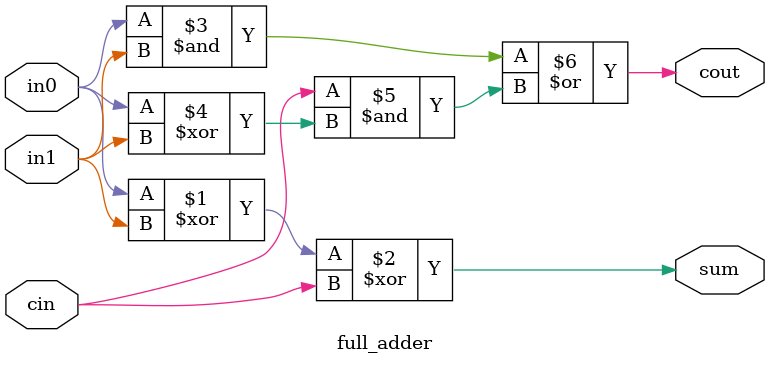
<source format=v>
module full_adder(in0, in1, cin, sum, cout);

	input in0;
	input in1;
	input cin;
 	output sum;
	output cout;
	
	assign sum = (in0 ^ in1) ^ cin;
	assign cout = (in0 & in1) | (cin & (in0 ^ in1));

endmodule

</source>
